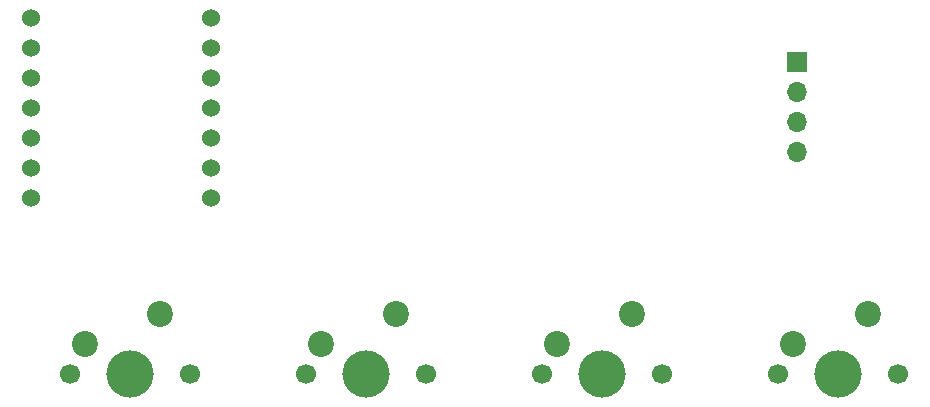
<source format=gbr>
%TF.GenerationSoftware,KiCad,Pcbnew,8.0.8*%
%TF.CreationDate,2025-02-16T16:29:03+01:00*%
%TF.ProjectId,Perihelion,50657269-6865-46c6-996f-6e2e6b696361,rev?*%
%TF.SameCoordinates,Original*%
%TF.FileFunction,Soldermask,Bot*%
%TF.FilePolarity,Negative*%
%FSLAX46Y46*%
G04 Gerber Fmt 4.6, Leading zero omitted, Abs format (unit mm)*
G04 Created by KiCad (PCBNEW 8.0.8) date 2025-02-16 16:29:03*
%MOMM*%
%LPD*%
G01*
G04 APERTURE LIST*
%ADD10C,1.700000*%
%ADD11C,4.000000*%
%ADD12C,2.200000*%
%ADD13R,1.700000X1.700000*%
%ADD14O,1.700000X1.700000*%
%ADD15C,1.524000*%
G04 APERTURE END LIST*
D10*
%TO.C,SW1*%
X142380000Y-60080000D03*
D11*
X147460000Y-60080000D03*
D10*
X152540000Y-60080000D03*
D12*
X150000000Y-55000000D03*
X143650000Y-57540000D03*
%TD*%
D13*
%TO.C,U2*%
X204000000Y-33690000D03*
D14*
X204000000Y-36230000D03*
X204000000Y-38770000D03*
X204000000Y-41310000D03*
%TD*%
D10*
%TO.C,SW3*%
X182380000Y-60080000D03*
D11*
X187460000Y-60080000D03*
D10*
X192540000Y-60080000D03*
D12*
X190000000Y-55000000D03*
X183650000Y-57540000D03*
%TD*%
D15*
%TO.C,U1*%
X139130000Y-30000000D03*
X139130000Y-32540000D03*
X139130000Y-35080000D03*
X139130000Y-37620000D03*
X139130000Y-40160000D03*
X139130000Y-42700000D03*
X139130000Y-45240000D03*
X154370000Y-45240000D03*
X154370000Y-42700000D03*
X154370000Y-40160000D03*
X154370000Y-37620000D03*
X154370000Y-35080000D03*
X154370000Y-32540000D03*
X154370000Y-30000000D03*
%TD*%
D10*
%TO.C,SW4*%
X202380000Y-60080000D03*
D11*
X207460000Y-60080000D03*
D10*
X212540000Y-60080000D03*
D12*
X210000000Y-55000000D03*
X203650000Y-57540000D03*
%TD*%
D10*
%TO.C,SW2*%
X162380000Y-60080000D03*
D11*
X167460000Y-60080000D03*
D10*
X172540000Y-60080000D03*
D12*
X170000000Y-55000000D03*
X163650000Y-57540000D03*
%TD*%
M02*

</source>
